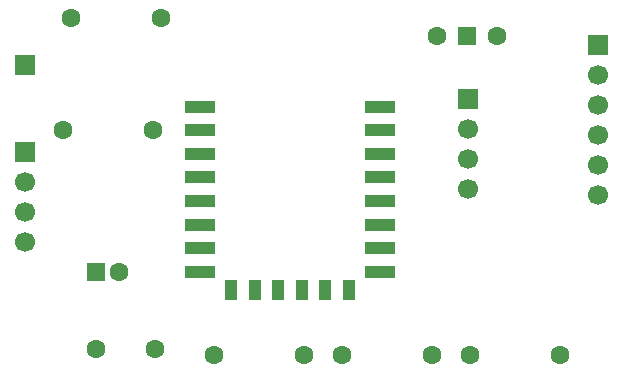
<source format=gbr>
%TF.GenerationSoftware,KiCad,Pcbnew,9.0.7*%
%TF.CreationDate,2026-02-12T01:11:16-06:00*%
%TF.ProjectId,Esp12-F,45737031-322d-4462-9e6b-696361645f70,rev?*%
%TF.SameCoordinates,Original*%
%TF.FileFunction,Soldermask,Top*%
%TF.FilePolarity,Negative*%
%FSLAX46Y46*%
G04 Gerber Fmt 4.6, Leading zero omitted, Abs format (unit mm)*
G04 Created by KiCad (PCBNEW 9.0.7) date 2026-02-12 01:11:16*
%MOMM*%
%LPD*%
G01*
G04 APERTURE LIST*
G04 Aperture macros list*
%AMRoundRect*
0 Rectangle with rounded corners*
0 $1 Rounding radius*
0 $2 $3 $4 $5 $6 $7 $8 $9 X,Y pos of 4 corners*
0 Add a 4 corners polygon primitive as box body*
4,1,4,$2,$3,$4,$5,$6,$7,$8,$9,$2,$3,0*
0 Add four circle primitives for the rounded corners*
1,1,$1+$1,$2,$3*
1,1,$1+$1,$4,$5*
1,1,$1+$1,$6,$7*
1,1,$1+$1,$8,$9*
0 Add four rect primitives between the rounded corners*
20,1,$1+$1,$2,$3,$4,$5,0*
20,1,$1+$1,$4,$5,$6,$7,0*
20,1,$1+$1,$6,$7,$8,$9,0*
20,1,$1+$1,$8,$9,$2,$3,0*%
G04 Aperture macros list end*
%ADD10R,2.500000X1.000000*%
%ADD11R,1.000000X1.800000*%
%ADD12R,1.700000X1.700000*%
%ADD13C,1.700000*%
%ADD14R,1.500000X1.500000*%
%ADD15C,1.600000*%
%ADD16RoundRect,0.250000X-0.550000X-0.550000X0.550000X-0.550000X0.550000X0.550000X-0.550000X0.550000X0*%
G04 APERTURE END LIST*
D10*
%TO.C,U1*%
X146050000Y-86500000D03*
X146050000Y-88500000D03*
X146050000Y-90500000D03*
X146050000Y-92500000D03*
X146050000Y-94500000D03*
X146050000Y-96500000D03*
X146050000Y-98500000D03*
X146050000Y-100500000D03*
D11*
X143450000Y-102000000D03*
X141450000Y-102000000D03*
X139450000Y-102000000D03*
X137450000Y-102000000D03*
X135450000Y-102000000D03*
X133450000Y-102000000D03*
D10*
X130850000Y-100500000D03*
X130850000Y-98500000D03*
X130850000Y-96500000D03*
X130850000Y-94500000D03*
X130850000Y-92500000D03*
X130850000Y-90500000D03*
X130850000Y-88500000D03*
X130850000Y-86500000D03*
%TD*%
D12*
%TO.C,J1*%
X164500000Y-81300000D03*
D13*
X164500000Y-83840000D03*
X164500000Y-86380000D03*
X164500000Y-88920000D03*
X164500000Y-91460000D03*
X164500000Y-94000000D03*
%TD*%
D14*
%TO.C,SW2*%
X153460000Y-80500000D03*
D15*
X150920000Y-80500000D03*
X156000000Y-80500000D03*
%TD*%
D12*
%TO.C,J6*%
X153500000Y-85880000D03*
D13*
X153500000Y-88420000D03*
X153500000Y-90960000D03*
X153500000Y-93500000D03*
%TD*%
D15*
%TO.C,C2*%
X122000000Y-107000000D03*
X127000000Y-107000000D03*
%TD*%
%TO.C,R3*%
X153690000Y-107500000D03*
X161310000Y-107500000D03*
%TD*%
D16*
%TO.C,C1*%
X122000000Y-100500000D03*
D15*
X124000000Y-100500000D03*
%TD*%
D12*
%TO.C,J3*%
X116000000Y-90380000D03*
D13*
X116000000Y-92920000D03*
X116000000Y-95460000D03*
X116000000Y-98000000D03*
%TD*%
D15*
%TO.C,R2*%
X119880000Y-79000000D03*
X127500000Y-79000000D03*
%TD*%
%TO.C,R4*%
X150500000Y-107500000D03*
X142880000Y-107500000D03*
%TD*%
%TO.C,R1*%
X119190000Y-88500000D03*
X126810000Y-88500000D03*
%TD*%
D12*
%TO.C,J9*%
X116000000Y-83000000D03*
%TD*%
D15*
%TO.C,R5*%
X132000000Y-107500000D03*
X139620000Y-107500000D03*
%TD*%
M02*

</source>
